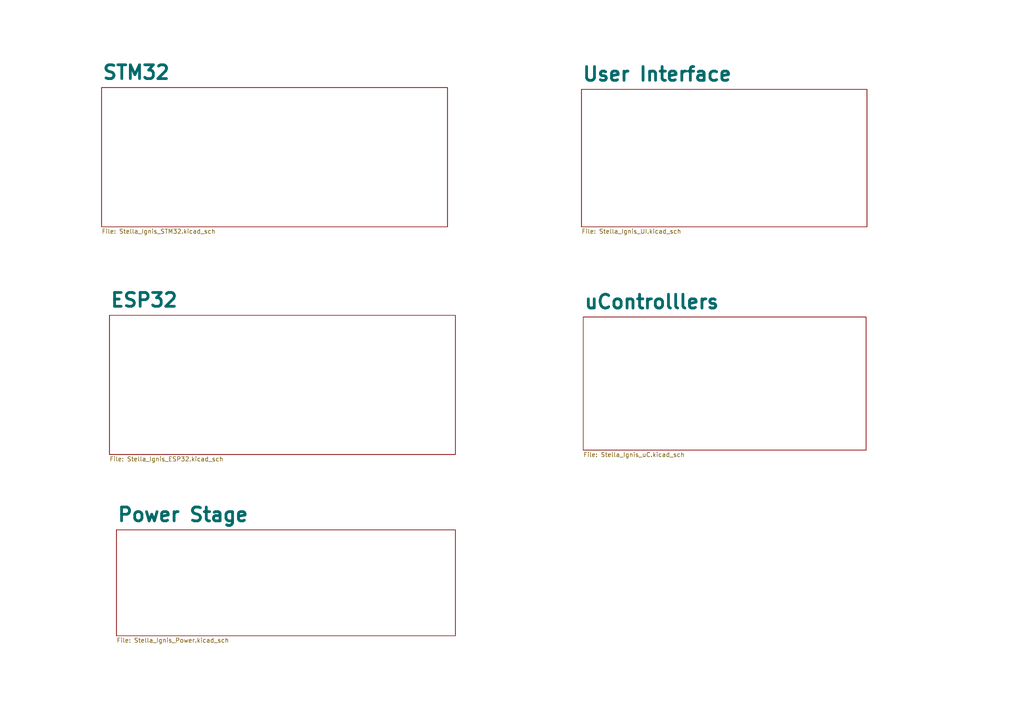
<source format=kicad_sch>
(kicad_sch
	(version 20231120)
	(generator "eeschema")
	(generator_version "8.0")
	(uuid "c5d11792-4973-4485-9e35-93f3d5d05151")
	(paper "A4")
	(lib_symbols)
	(sheet
		(at 168.656 25.908)
		(size 82.804 39.878)
		(fields_autoplaced yes)
		(stroke
			(width 0.1524)
			(type solid)
		)
		(fill
			(color 0 0 0 0.0000)
		)
		(uuid "37af8722-7f57-4c55-aa71-ba562076adb3")
		(property "Sheetname" "User Interface"
			(at 168.656 23.8314 0)
			(effects
				(font
					(size 4 4)
					(bold yes)
				)
				(justify left bottom)
			)
		)
		(property "Sheetfile" "Stella_Ignis_UI.kicad_sch"
			(at 168.656 66.3706 0)
			(effects
				(font
					(size 1.27 1.27)
				)
				(justify left top)
			)
		)
		(instances
			(project "Stella_Ignis"
				(path "/c5d11792-4973-4485-9e35-93f3d5d05151"
					(page "4")
				)
			)
		)
	)
	(sheet
		(at 33.782 153.67)
		(size 98.298 30.734)
		(fields_autoplaced yes)
		(stroke
			(width 0.1524)
			(type solid)
		)
		(fill
			(color 0 0 0 0.0000)
		)
		(uuid "4e8d46c8-8446-4aac-8c7f-af969ba15a39")
		(property "Sheetname" "Power Stage"
			(at 33.782 151.5934 0)
			(effects
				(font
					(size 4 4)
					(bold yes)
				)
				(justify left bottom)
			)
		)
		(property "Sheetfile" "Stella_Ignis_Power.kicad_sch"
			(at 33.782 184.9886 0)
			(effects
				(font
					(size 1.27 1.27)
				)
				(justify left top)
			)
		)
		(instances
			(project "Stella_Ignis"
				(path "/c5d11792-4973-4485-9e35-93f3d5d05151"
					(page "6")
				)
			)
		)
	)
	(sheet
		(at 31.75 91.44)
		(size 100.33 40.386)
		(fields_autoplaced yes)
		(stroke
			(width 0.1524)
			(type solid)
		)
		(fill
			(color 0 0 0 0.0000)
		)
		(uuid "9b8d8195-682a-4cc2-977f-3a280ad6e460")
		(property "Sheetname" "ESP32"
			(at 31.75 89.3634 0)
			(effects
				(font
					(size 4 4)
					(bold yes)
				)
				(justify left bottom)
			)
		)
		(property "Sheetfile" "Stella_Ignis_ESP32.kicad_sch"
			(at 31.75 132.4106 0)
			(effects
				(font
					(size 1.27 1.27)
				)
				(justify left top)
			)
		)
		(instances
			(project "Stella_Ignis"
				(path "/c5d11792-4973-4485-9e35-93f3d5d05151"
					(page "3")
				)
			)
		)
	)
	(sheet
		(at 169.164 91.948)
		(size 82.042 38.608)
		(fields_autoplaced yes)
		(stroke
			(width 0.1524)
			(type solid)
		)
		(fill
			(color 0 0 0 0.0000)
		)
		(uuid "b13a2c69-f153-412e-b580-f2c18f7679bf")
		(property "Sheetname" "uControlllers"
			(at 169.164 89.8714 0)
			(effects
				(font
					(size 4 4)
					(bold yes)
				)
				(justify left bottom)
			)
		)
		(property "Sheetfile" "Stella_Ignis_uC.kicad_sch"
			(at 169.164 131.1406 0)
			(effects
				(font
					(size 1.27 1.27)
				)
				(justify left top)
			)
		)
		(instances
			(project "Stella_Ignis"
				(path "/c5d11792-4973-4485-9e35-93f3d5d05151"
					(page "5")
				)
			)
		)
	)
	(sheet
		(at 29.464 25.4)
		(size 100.33 40.386)
		(fields_autoplaced yes)
		(stroke
			(width 0.1524)
			(type solid)
		)
		(fill
			(color 0 0 0 0.0000)
		)
		(uuid "df6d1918-f2b6-45ff-a22d-7dc5dea38d21")
		(property "Sheetname" "STM32"
			(at 29.464 23.3234 0)
			(effects
				(font
					(size 4 4)
					(bold yes)
				)
				(justify left bottom)
			)
		)
		(property "Sheetfile" "Stella_Ignis_STM32.kicad_sch"
			(at 29.464 66.3706 0)
			(effects
				(font
					(size 1.27 1.27)
				)
				(justify left top)
			)
		)
		(instances
			(project "Stella_Ignis"
				(path "/c5d11792-4973-4485-9e35-93f3d5d05151"
					(page "2")
				)
			)
		)
	)
	(sheet_instances
		(path "/"
			(page "1")
		)
	)
)

</source>
